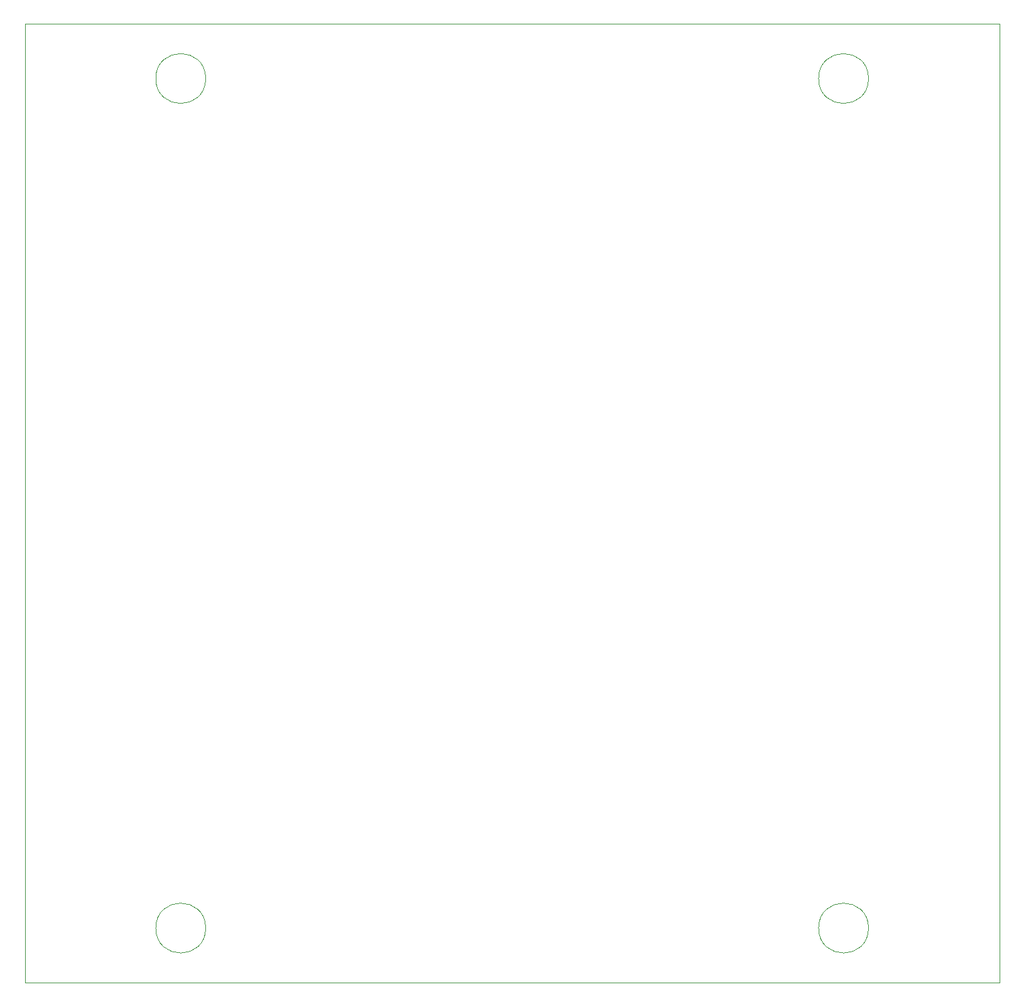
<source format=gbr>
%TF.GenerationSoftware,KiCad,Pcbnew,7.0.10*%
%TF.CreationDate,2024-05-15T16:53:25+02:00*%
%TF.ProjectId,ledrunner,6c656472-756e-46e6-9572-2e6b69636164,rev?*%
%TF.SameCoordinates,Original*%
%TF.FileFunction,Profile,NP*%
%FSLAX46Y46*%
G04 Gerber Fmt 4.6, Leading zero omitted, Abs format (unit mm)*
G04 Created by KiCad (PCBNEW 7.0.10) date 2024-05-15 16:53:25*
%MOMM*%
%LPD*%
G01*
G04 APERTURE LIST*
%TA.AperFunction,Profile*%
%ADD10C,0.100000*%
%TD*%
G04 APERTURE END LIST*
D10*
X35000000Y-40000000D02*
X160000000Y-40000000D01*
X160000000Y-163000000D01*
X35000000Y-163000000D01*
X35000000Y-40000000D01*
X143200000Y-156000000D02*
G75*
G03*
X136800000Y-156000000I-3200000J0D01*
G01*
X136800000Y-156000000D02*
G75*
G03*
X143200000Y-156000000I3200000J0D01*
G01*
X58200000Y-47000000D02*
G75*
G03*
X51800000Y-47000000I-3200000J0D01*
G01*
X51800000Y-47000000D02*
G75*
G03*
X58200000Y-47000000I3200000J0D01*
G01*
X58200000Y-156000000D02*
G75*
G03*
X51800000Y-156000000I-3200000J0D01*
G01*
X51800000Y-156000000D02*
G75*
G03*
X58200000Y-156000000I3200000J0D01*
G01*
X143200000Y-47000000D02*
G75*
G03*
X136800000Y-47000000I-3200000J0D01*
G01*
X136800000Y-47000000D02*
G75*
G03*
X143200000Y-47000000I3200000J0D01*
G01*
M02*

</source>
